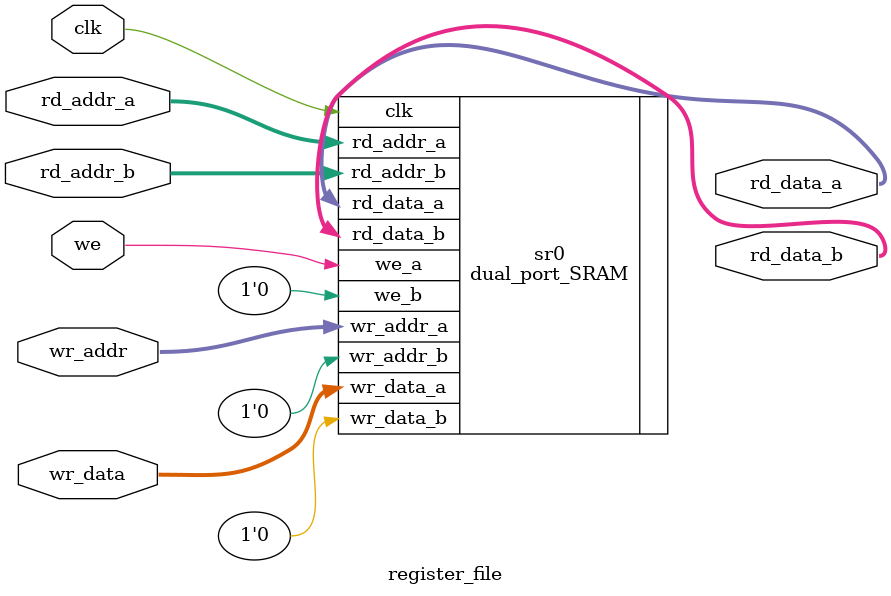
<source format=sv>
module register_file #(
    parameter BUS_WIDTH = 8,
    parameter DEPTH     = 3
) (
	input  logic                     clk, 
	input  logic                     we,
 	input  logic [$clog2(DEPTH)-1:0] wr_addr,
	input  logic [BUS_WIDTH-1:0]     wr_data,
 	input  logic [$clog2(DEPTH)-1:0] rd_addr_a, rd_addr_b,
 	output logic [BUS_WIDTH-1:0]     rd_data_a, rd_data_b
);

dual_port_SRAM #(
	BUS_WIDTH,
	DEPTH
) sr0 (
	.clk      (clk      ), 
	.we_a     (we       ),
	.we_b     ('0       ),
 	.wr_addr_a(wr_addr  ),
 	.wr_addr_b('0       ),
	.wr_data_a(wr_data  ),
	.wr_data_b('0       ),
 	.rd_addr_a(rd_addr_a), 
	.rd_addr_b(rd_addr_b),
 	.rd_data_a(rd_data_a), 
	.rd_data_b(rd_data_b)
);

endmodule

</source>
